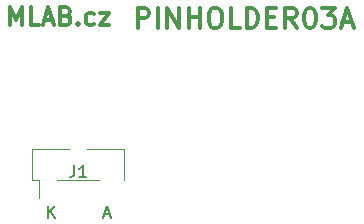
<source format=gbr>
%TF.GenerationSoftware,KiCad,Pcbnew,6.0.11+dfsg-1~bpo11+1*%
%TF.CreationDate,2023-07-05T00:27:11+00:00*%
%TF.ProjectId,PINHOLDER03,50494e48-4f4c-4444-9552-30332e6b6963,02A*%
%TF.SameCoordinates,Original*%
%TF.FileFunction,Legend,Top*%
%TF.FilePolarity,Positive*%
%FSLAX46Y46*%
G04 Gerber Fmt 4.6, Leading zero omitted, Abs format (unit mm)*
G04 Created by KiCad (PCBNEW 6.0.11+dfsg-1~bpo11+1) date 2023-07-05 00:27:11*
%MOMM*%
%LPD*%
G01*
G04 APERTURE LIST*
%ADD10C,0.300000*%
%ADD11C,0.150000*%
%ADD12C,0.120000*%
G04 APERTURE END LIST*
D10*
X17113809Y760953D02*
X17113809Y2460953D01*
X17761428Y2460953D01*
X17923333Y2380000D01*
X18004285Y2299048D01*
X18085238Y2137143D01*
X18085238Y1894286D01*
X18004285Y1732381D01*
X17923333Y1651429D01*
X17761428Y1570477D01*
X17113809Y1570477D01*
X18813809Y760953D02*
X18813809Y2460953D01*
X19623333Y760953D02*
X19623333Y2460953D01*
X20594761Y760953D01*
X20594761Y2460953D01*
X21404285Y760953D02*
X21404285Y2460953D01*
X21404285Y1651429D02*
X22375714Y1651429D01*
X22375714Y760953D02*
X22375714Y2460953D01*
X23509047Y2460953D02*
X23832857Y2460953D01*
X23994761Y2380000D01*
X24156666Y2218096D01*
X24237619Y1894286D01*
X24237619Y1327620D01*
X24156666Y1003810D01*
X23994761Y841905D01*
X23832857Y760953D01*
X23509047Y760953D01*
X23347142Y841905D01*
X23185238Y1003810D01*
X23104285Y1327620D01*
X23104285Y1894286D01*
X23185238Y2218096D01*
X23347142Y2380000D01*
X23509047Y2460953D01*
X25775714Y760953D02*
X24966190Y760953D01*
X24966190Y2460953D01*
X26342380Y760953D02*
X26342380Y2460953D01*
X26747142Y2460953D01*
X26990000Y2380000D01*
X27151904Y2218096D01*
X27232857Y2056191D01*
X27313809Y1732381D01*
X27313809Y1489524D01*
X27232857Y1165715D01*
X27151904Y1003810D01*
X26990000Y841905D01*
X26747142Y760953D01*
X26342380Y760953D01*
X28042380Y1651429D02*
X28609047Y1651429D01*
X28851904Y760953D02*
X28042380Y760953D01*
X28042380Y2460953D01*
X28851904Y2460953D01*
X30551904Y760953D02*
X29985238Y1570477D01*
X29580476Y760953D02*
X29580476Y2460953D01*
X30228095Y2460953D01*
X30390000Y2380000D01*
X30470952Y2299048D01*
X30551904Y2137143D01*
X30551904Y1894286D01*
X30470952Y1732381D01*
X30390000Y1651429D01*
X30228095Y1570477D01*
X29580476Y1570477D01*
X31604285Y2460953D02*
X31766190Y2460953D01*
X31928095Y2380000D01*
X32009047Y2299048D01*
X32090000Y2137143D01*
X32170952Y1813334D01*
X32170952Y1408572D01*
X32090000Y1084762D01*
X32009047Y922858D01*
X31928095Y841905D01*
X31766190Y760953D01*
X31604285Y760953D01*
X31442380Y841905D01*
X31361428Y922858D01*
X31280476Y1084762D01*
X31199523Y1408572D01*
X31199523Y1813334D01*
X31280476Y2137143D01*
X31361428Y2299048D01*
X31442380Y2380000D01*
X31604285Y2460953D01*
X32737619Y2460953D02*
X33790000Y2460953D01*
X33223333Y1813334D01*
X33466190Y1813334D01*
X33628095Y1732381D01*
X33709047Y1651429D01*
X33790000Y1489524D01*
X33790000Y1084762D01*
X33709047Y922858D01*
X33628095Y841905D01*
X33466190Y760953D01*
X32980476Y760953D01*
X32818571Y841905D01*
X32737619Y922858D01*
X34437619Y1246667D02*
X35247142Y1246667D01*
X34275714Y760953D02*
X34842380Y2460953D01*
X35409047Y760953D01*
D11*
X9494761Y-15322380D02*
X9494761Y-14322380D01*
X10066190Y-15322380D02*
X9637619Y-14750952D01*
X10066190Y-14322380D02*
X9494761Y-14893809D01*
X14256666Y-15036666D02*
X14732857Y-15036666D01*
X14161428Y-15322380D02*
X14494761Y-14322380D01*
X14828095Y-15322380D01*
D10*
X6328257Y998429D02*
X6328257Y2498429D01*
X6828257Y1427000D01*
X7328257Y2498429D01*
X7328257Y998429D01*
X8756828Y998429D02*
X8042542Y998429D01*
X8042542Y2498429D01*
X9185400Y1427000D02*
X9899685Y1427000D01*
X9042542Y998429D02*
X9542542Y2498429D01*
X10042542Y998429D01*
X11042542Y1784143D02*
X11256828Y1712715D01*
X11328257Y1641286D01*
X11399685Y1498429D01*
X11399685Y1284143D01*
X11328257Y1141286D01*
X11256828Y1069858D01*
X11113971Y998429D01*
X10542542Y998429D01*
X10542542Y2498429D01*
X11042542Y2498429D01*
X11185400Y2427000D01*
X11256828Y2355572D01*
X11328257Y2212715D01*
X11328257Y2069858D01*
X11256828Y1927000D01*
X11185400Y1855572D01*
X11042542Y1784143D01*
X10542542Y1784143D01*
X12042542Y1141286D02*
X12113971Y1069858D01*
X12042542Y998429D01*
X11971114Y1069858D01*
X12042542Y1141286D01*
X12042542Y998429D01*
X13399685Y1069858D02*
X13256828Y998429D01*
X12971114Y998429D01*
X12828257Y1069858D01*
X12756828Y1141286D01*
X12685400Y1284143D01*
X12685400Y1712715D01*
X12756828Y1855572D01*
X12828257Y1927000D01*
X12971114Y1998429D01*
X13256828Y1998429D01*
X13399685Y1927000D01*
X13899685Y1998429D02*
X14685400Y1998429D01*
X13899685Y998429D01*
X14685400Y998429D01*
D11*
%TO.C,J1*%
X11730666Y-10872380D02*
X11730666Y-11586666D01*
X11683047Y-11729523D01*
X11587809Y-11824761D01*
X11444952Y-11872380D01*
X11349714Y-11872380D01*
X12730666Y-11872380D02*
X12159238Y-11872380D01*
X12444952Y-11872380D02*
X12444952Y-10872380D01*
X12349714Y-11015238D01*
X12254476Y-11110476D01*
X12159238Y-11158095D01*
D12*
X15934000Y-12124000D02*
X15934000Y-9464000D01*
X10284000Y-12124000D02*
X13844000Y-12124000D01*
X8194000Y-12124000D02*
X8194000Y-9464000D01*
X8194000Y-12124000D02*
X8764000Y-12124000D01*
X12824000Y-9464000D02*
X15934000Y-9464000D01*
X15364000Y-9464000D02*
X15934000Y-9464000D01*
X8764000Y-12124000D02*
X8764000Y-13644000D01*
X8194000Y-9464000D02*
X11304000Y-9464000D01*
%TD*%
M02*

</source>
